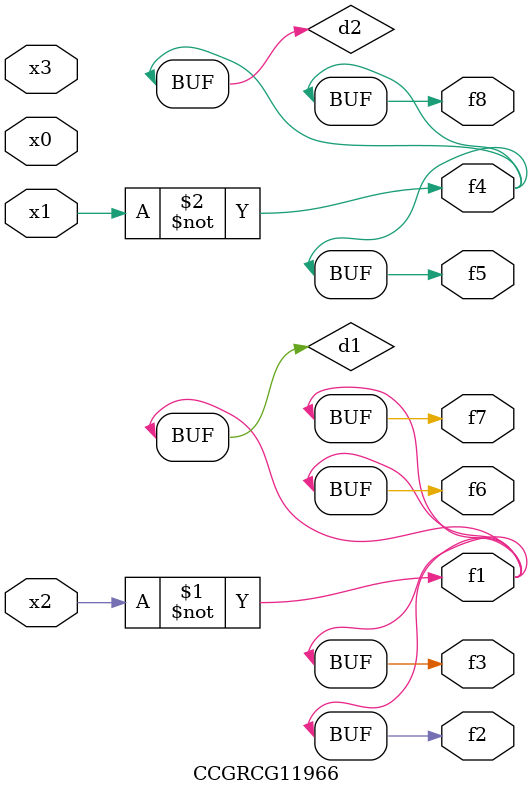
<source format=v>
module CCGRCG11966(
	input x0, x1, x2, x3,
	output f1, f2, f3, f4, f5, f6, f7, f8
);

	wire d1, d2;

	xnor (d1, x2);
	not (d2, x1);
	assign f1 = d1;
	assign f2 = d1;
	assign f3 = d1;
	assign f4 = d2;
	assign f5 = d2;
	assign f6 = d1;
	assign f7 = d1;
	assign f8 = d2;
endmodule

</source>
